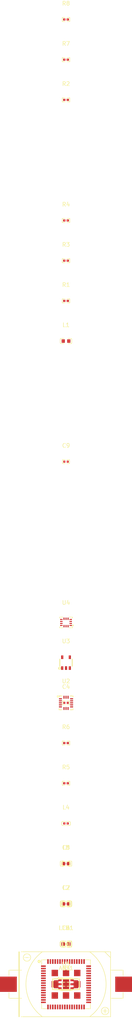
<source format=kicad_pcb>
(kicad_pcb (version 20241229) (generator "atopile") (generator_version "0.12.4")
  (layers (0 "F.Cu" signal) (31 "B.Cu" signal) (34 "B.Paste" user) (35 "F.Paste" user) (36 "B.SilkS" user "B.Silkscreen") (37 "F.SilkS" user "F.Silkscreen") (38 "B.Mask" user) (39 "F.Mask" user) (44 "Edge.Cuts" user))
  (net 0 "")
  (net 1 "PC4")
  (net 2 "PB9")
  (net 4 "PA5")
  (net 8 "PA3_UART2_RX")
  (net 10 "swclk")
  (net 11 "PC13")
  (net 15 "PA2_UART2_TX")
  (net 17 "VLXSMPS")
  (net 18 "PC6")
  (net 20 "PC3")
  (net 21 "PA4")
  (net 22 "swdio")
  (net 24 "VDDMPS")
  (net 28 "VREFpos")
  (net 29 "PC0")
  (net 34 "VFBSMPS")
  (net 37 "PC5")
  (net 38 "PC1")
  (net 40 "PB15")
  (net 5 "PA12")
  (net 41 "PA9")
  (net 42 "PA6")
  (net 43 "blah-net-3")
  (net 44 "PB13")
  (net 45 "BOOT0")
  (net 46 "PA10")
  (net 50 "PB1")
  (net 51 "PA8")
  (net 52 "PA7")
  (net 53 "PB7_UART1_RX")
  (net 54 "PB10")
  (net 55 "PB14")
  (net 57 "nrst")
  (net 58 "PB12")
  (net 59 "PA11")
  (net 60 "PB11")
  (net 64 "PC2")
  (net 65 "blah-net-2")
  (net 19 "blah-net-0")
  (net 30 "blah-net-1")
  (net 94 "blah-INT2-0")
  (net 95 "blah-net-4")
  (net 96 "blah-net-5")
  (net 97 "A")
  (net 98 "RES")
  (net 99 "ADC3")
  (net 100 "SCX")
  (net 101 "blah-CS-0")
  (net 102 "SDO_SUX")
  (net 103 "blah-SDO_SA0-1")
  (net 104 "gnd")
  (net 105 "ADC1")
  (net 107 "INT1")
  (net 108 "SDX")
  (net 109 "CS_AUX")
  (net 110 "blah-INT2-1")
  (net 111 "ADC2")
  (net 112 "led_status")
  (net 113 "vcc")
  (net 114 "vbat")
  (net 115 "adc_ntc")
  (net 116 "blah-SDO_SA0-0")
  (net 117 "activation")
  (net 119 "blah-CS-1")
  (net 12 "Feed")
  (net 13 "RF_OUT")
  (net 14 "Dummy")
  (net 16 "i2c_scl")
  (net 23 "i2c_sda")
  (net 6 "EP")
  (net 7 "ADDR")
  (net 25 "DRDY_INT")
  (footprint "RAKwireless_RAK3172_SIP_8_SM_NI:LGA-73_L12.0-W12.0-P0.60-TL" (layer "F.Cu") (at 0 0 0)
    (property "Reference" "U1" (at 0 -9.65 0) (layer "F.SilkS") (hide no))
    (property "Value" "")
    (fp_text user "${REFERENCE}" (at 0 -9.65 0) (layer "F.SilkS"))
    (pad "1" smd rect (at -5.65 -4.5 0) (size 1.17 0.37) (layers "F.Cu" "F.Paste" "F.Mask") (net 22 "swdio"))
    (pad "2" smd rect (at -5.65 -3.9 0) (size 1.17 0.37) (layers "F.Cu" "F.Paste" "F.Mask") (net 10 "swclk"))
    (pad "3" smd rect (at -5.65 -3.3 0) (size 1.17 0.37) (layers "F.Cu" "F.Paste" "F.Mask") (net 113 "vcc"))
    (pad "4" smd rect (at -5.65 -2.7 0) (size 1.17 0.37) (layers "F.Cu" "F.Paste" "F.Mask") (net 114 "vbat"))
    (pad "5" smd rect (at -5.65 -2.1 0) (size 1.17 0.37) (layers "F.Cu" "F.Paste" "F.Mask") (net 11 "PC13"))
    (pad "6" smd rect (at -5.65 -1.5 0) (size 1.17 0.37) (layers "F.Cu" "F.Paste" "F.Mask") (net 28 "VREFpos"))
    (pad "7" smd rect (at -5.65 -0.9 0) (size 1.17 0.37) (layers "F.Cu" "F.Paste" "F.Mask") (net 113 "vcc"))
    (pad "8" smd rect (at -5.65 -0.3 0) (size 1.17 0.37) (layers "F.Cu" "F.Paste" "F.Mask") (net 16 "i2c_scl"))
    (pad "9" smd rect (at -5.65 0.3 0) (size 1.17 0.37) (layers "F.Cu" "F.Paste" "F.Mask") (net 40 "PB15"))
    (pad "10" smd rect (at -5.65 0.9 0) (size 1.17 0.37) (layers "F.Cu" "F.Paste" "F.Mask") (net 34 "VFBSMPS"))
    (pad "11" smd rect (at -5.65 1.5 0) (size 1.17 0.37) (layers "F.Cu" "F.Paste" "F.Mask") (net 24 "VDDMPS"))
    (pad "12" smd rect (at -5.65 2.1 0) (size 1.17 0.37) (layers "F.Cu" "F.Paste" "F.Mask") (net 104 "gnd"))
    (pad "13" smd rect (at -5.65 2.7 0) (size 1.17 0.37) (layers "F.Cu" "F.Paste" "F.Mask") (net 17 "VLXSMPS"))
    (pad "14" smd rect (at -5.65 3.3 0) (size 1.17 0.37) (layers "F.Cu" "F.Paste" "F.Mask") (net 110 "blah-INT2-1"))
    (pad "15" smd rect (at -5.65 3.9 0) (size 1.17 0.37) (layers "F.Cu" "F.Paste" "F.Mask") (net 107 "INT1"))
    (pad "16" smd rect (at -5.65 4.5 0) (size 1.17 0.37) (layers "F.Cu" "F.Paste" "F.Mask") (net 112 "led_status"))
    (pad "17" smd rect (at -4.5 5.65 0) (size 0.37 1.17) (layers "F.Cu" "F.Paste" "F.Mask") (net 23 "i2c_sda"))
    (pad "18" smd rect (at -3.9 5.65 0) (size 0.37 1.17) (layers "F.Cu" "F.Paste" "F.Mask") (net 53 "PB7_UART1_RX"))
    (pad "19" smd rect (at -3.3 5.65 0) (size 0.37 1.17) (layers "F.Cu" "F.Paste" "F.Mask") (net 25 "DRDY_INT"))
    (pad "20" smd rect (at -2.7 5.65 0) (size 0.37 1.17) (layers "F.Cu" "F.Paste" "F.Mask") (net 2 "PB9"))
    (pad "21" smd rect (at -2.1 5.65 0) (size 0.37 1.17) (layers "F.Cu" "F.Paste" "F.Mask") (net 29 "PC0"))
    (pad "22" smd rect (at -1.5 5.65 0) (size 0.37 1.17) (layers "F.Cu" "F.Paste" "F.Mask") (net 38 "PC1"))
    (pad "23" smd rect (at -0.9 5.65 0) (size 0.37 1.17) (layers "F.Cu" "F.Paste" "F.Mask") (net 64 "PC2"))
    (pad "24" smd rect (at -0.3 5.65 0) (size 0.37 1.17) (layers "F.Cu" "F.Paste" "F.Mask") (net 20 "PC3"))
    (pad "25" smd rect (at 0.3 5.65 0) (size 0.37 1.17) (layers "F.Cu" "F.Paste" "F.Mask") (net 1 "PC4"))
    (pad "26" smd rect (at 0.9 5.65 0) (size 0.37 1.17) (layers "F.Cu" "F.Paste" "F.Mask") (net 37 "PC5"))
    (pad "27" smd rect (at 1.5 5.65 0) (size 0.37 1.17) (layers "F.Cu" "F.Paste" "F.Mask") (net 18 "PC6"))
    (pad "28" smd rect (at 2.1 5.65 0) (size 0.37 1.17) (layers "F.Cu" "F.Paste" "F.Mask") (net 104 "gnd"))
    (pad "29" smd rect (at 2.7 5.65 0) (size 0.37 1.17) (layers "F.Cu" "F.Paste" "F.Mask") (net 15 "PA2_UART2_TX"))
    (pad "30" smd rect (at 3.3 5.65 0) (size 0.37 1.17) (layers "F.Cu" "F.Paste" "F.Mask") (net 8 "PA3_UART2_RX"))
    (pad "31" smd rect (at 3.9 5.65 0) (size 0.37 1.17) (layers "F.Cu" "F.Paste" "F.Mask") (net 21 "PA4"))
    (pad "32" smd rect (at 4.5 5.65 0) (size 0.37 1.17) (layers "F.Cu" "F.Paste" "F.Mask") (net 4 "PA5"))
    (pad "33" smd rect (at 5.65 4.5 0) (size 1.17 0.37) (layers "F.Cu" "F.Paste" "F.Mask") (net 42 "PA6"))
    (pad "34" smd rect (at 5.65 3.9 0) (size 1.17 0.37) (layers "F.Cu" "F.Paste" "F.Mask") (net 52 "PA7"))
    (pad "35" smd rect (at 5.65 3.3 0) (size 1.17 0.37) (layers "F.Cu" "F.Paste" "F.Mask") (net 104 "gnd"))
    (pad "36" smd rect (at 5.65 2.7 0) (size 1.17 0.37) (layers "F.Cu" "F.Paste" "F.Mask") (net 104 "gnd"))
    (pad "37" smd rect (at 5.65 2.1 0) (size 1.17 0.37) (layers "F.Cu" "F.Paste" "F.Mask") (net 13 "RF_OUT"))
    (pad "38" smd rect (at 5.65 1.5 0) (size 1.17 0.37) (layers "F.Cu" "F.Paste" "F.Mask") (net 104 "gnd"))
    (pad "39" smd rect (at 5.65 0.9 0) (size 1.17 0.37) (layers "F.Cu" "F.Paste" "F.Mask") (net 104 "gnd"))
    (pad "40" smd rect (at 5.65 0.3 0) (size 1.17 0.37) (layers "F.Cu" "F.Paste" "F.Mask") (net 65 "blah-net-2"))
    (pad "41" smd rect (at 5.65 -0.3 0) (size 1.17 0.37) (layers "F.Cu" "F.Paste" "F.Mask") (net 43 "blah-net-3"))
    (pad "42" smd rect (at 5.65 -0.9 0) (size 1.17 0.37) (layers "F.Cu" "F.Paste" "F.Mask") (net 117 "activation"))
    (pad "43" smd rect (at 5.65 -1.5 0) (size 1.17 0.37) (layers "F.Cu" "F.Paste" "F.Mask") (net 45 "BOOT0"))
    (pad "44" smd rect (at 5.65 -2.1 0) (size 1.17 0.37) (layers "F.Cu" "F.Paste" "F.Mask") (net 57 "nrst"))
    (pad "45" smd rect (at 5.65 -2.7 0) (size 1.17 0.37) (layers "F.Cu" "F.Paste" "F.Mask") (net 115 "adc_ntc"))
    (pad "46" smd rect (at 5.65 -3.3 0) (size 1.17 0.37) (layers "F.Cu" "F.Paste" "F.Mask") (net 104 "gnd"))
    (pad "47" smd rect (at 5.65 -3.9 0) (size 1.17 0.37) (layers "F.Cu" "F.Paste" "F.Mask") (net 104 "gnd"))
    (pad "48" smd rect (at 5.65 -4.5 0) (size 1.17 0.37) (layers "F.Cu" "F.Paste" "F.Mask") (net 60 "PB11"))
    (pad "49" smd rect (at 4.5 -5.65 0) (size 0.37 1.17) (layers "F.Cu" "F.Paste" "F.Mask") (net 54 "PB10"))
    (pad "50" smd rect (at 3.9 -5.65 0) (size 0.37 1.17) (layers "F.Cu" "F.Paste" "F.Mask") (net 41 "PA9"))
    (pad "51" smd rect (at 3.3 -5.65 0) (size 0.37 1.17) (layers "F.Cu" "F.Paste" "F.Mask") (net 51 "PA8"))
    (pad "52" smd rect (at 2.7 -5.65 0) (size 0.37 1.17) (layers "F.Cu" "F.Paste" "F.Mask") (net 104 "gnd"))
    (pad "53" smd rect (at 2.1 -5.65 0) (size 0.37 1.17) (layers "F.Cu" "F.Paste" "F.Mask") (net 113 "vcc"))
    (pad "54" smd rect (at 1.5 -5.65 0) (size 0.37 1.17) (layers "F.Cu" "F.Paste" "F.Mask") (net 113 "vcc"))
    (pad "55" smd rect (at 0.9 -5.65 0) (size 0.37 1.17) (layers "F.Cu" "F.Paste" "F.Mask") (net 113 "vcc"))
    (pad "56" smd rect (at 0.3 -5.65 0) (size 0.37 1.17) (layers "F.Cu" "F.Paste" "F.Mask") (net 104 "gnd"))
    (pad "57" smd rect (at -0.3 -5.65 0) (size 0.37 1.17) (layers "F.Cu" "F.Paste" "F.Mask") (net 50 "PB1"))
    (pad "58" smd rect (at -0.9 -5.65 0) (size 0.37 1.17) (layers "F.Cu" "F.Paste" "F.Mask") (net 94 "blah-INT2-0"))
    (pad "59" smd rect (at -1.5 -5.65 0) (size 0.37 1.17) (layers "F.Cu" "F.Paste" "F.Mask") (net 58 "PB12"))
    (pad "60" smd rect (at -2.1 -5.65 0) (size 0.37 1.17) (layers "F.Cu" "F.Paste" "F.Mask") (net 44 "PB13"))
    (pad "61" smd rect (at -2.7 -5.65 0) (size 0.37 1.17) (layers "F.Cu" "F.Paste" "F.Mask") (net 55 "PB14"))
    (pad "62" smd rect (at -3.3 -5.65 0) (size 0.37 1.17) (layers "F.Cu" "F.Paste" "F.Mask") (net 46 "PA10"))
    (pad "63" smd rect (at -3.9 -5.65 0) (size 0.37 1.17) (layers "F.Cu" "F.Paste" "F.Mask") (net 59 "PA11"))
    (pad "64" smd rect (at -4.5 -5.65 0) (size 0.37 1.17) (layers "F.Cu" "F.Paste" "F.Mask") (net 5 "PA12"))
    (pad "65" smd rect (at -2.8 -2.8 0) (size 1.6 1.6) (layers "F.Cu" "F.Paste" "F.Mask") (net 104 "gnd"))
    (pad "66" smd rect (at 0 -2.8 0) (size 1.6 1.6) (layers "F.Cu" "F.Paste" "F.Mask") (net 104 "gnd"))
    (pad "67" smd rect (at 2.8 -2.8 0) (size 1.6 1.6) (layers "F.Cu" "F.Paste" "F.Mask") (net 104 "gnd"))
    (pad "68" smd rect (at -2.8 0 0) (size 1.6 1.6) (layers "F.Cu" "F.Paste" "F.Mask") (net 104 "gnd"))
    (pad "69" smd rect (at 0 0 0) (size 1.6 1.6) (layers "F.Cu" "F.Paste" "F.Mask") (net 104 "gnd"))
    (pad "70" smd rect (at 2.8 0 0) (size 1.6 1.6) (layers "F.Cu" "F.Paste" "F.Mask") (net 104 "gnd"))
    (pad "71" smd rect (at -2.8 2.8 0) (size 1.6 1.6) (layers "F.Cu" "F.Paste" "F.Mask") (net 104 "gnd"))
    (pad "72" smd rect (at 0 2.8 0) (size 1.6 1.6) (layers "F.Cu" "F.Paste" "F.Mask") (net 104 "gnd"))
    (pad "73" smd rect (at 2.8 2.8 0) (size 1.6 1.6) (layers "F.Cu" "F.Paste" "F.Mask") (net 104 "gnd"))
  )
  (footprint "Murata_Electronics_GRM155R61A475KEAAD:C0402" (layer "F.Cu") (at 0 0 0)
    (property "Reference" "C3" (at 0 -4 0) (layer "F.SilkS") (hide no))
    (property "Value" "4.7µF ±10% 10V X5R")
    (fp_text user "${REFERENCE}" (at 0 -4 0) (layer "F.SilkS"))
    (pad "2" smd rect (at 0.42 0 0) (size 0.5 0.54) (layers "F.Cu" "F.Paste" "F.Mask") (net 104 "gnd"))
    (pad "1" smd rect (at -0.42 0 0) (size 0.5 0.54) (layers "F.Cu" "F.Paste" "F.Mask") (net 113 "vcc"))
  )
  (footprint "YAGEO_CC0402KRX7R9BB104:C0402" (layer "F.Cu") (at 0 -70 0)
    (property "Reference" "C4" (at 0 -4 0) (layer "F.SilkS") (hide no))
    (property "Value" "100nF ±10% 50V X7R")
    (fp_text user "${REFERENCE}" (at 0 -4 0) (layer "F.SilkS"))
    (pad "2" smd rect (at 0.42 0 0) (size 0.5 0.54) (layers "F.Cu" "F.Paste" "F.Mask") (net 104 "gnd"))
    (pad "1" smd rect (at -0.42 0 0) (size 0.5 0.54) (layers "F.Cu" "F.Paste" "F.Mask") (net 113 "vcc"))
  )
  (footprint "Murata_Electronics_GRM155R61A475KEAAD:C0402" (layer "F.Cu") (at 0 -130 0)
    (property "Reference" "C9" (at 0 -4 0) (layer "F.SilkS") (hide no))
    (property "Value" "4.7µF ±10% 10V X5R")
    (fp_text user "${REFERENCE}" (at 0 -4 0) (layer "F.SilkS"))
    (pad "2" smd rect (at 0.42 0 0) (size 0.5 0.54) (layers "F.Cu" "F.Paste" "F.Mask") (net 104 "gnd"))
    (pad "1" smd rect (at -0.42 0 0) (size 0.5 0.54) (layers "F.Cu" "F.Paste" "F.Mask") (net 113 "vcc"))
  )
  (footprint "Murata_Electronics_LQM18FN100M00D:L0603" (layer "F.Cu") (at 0 -160 0)
    (property "Reference" "L1" (at 0 -4 0) (layer "F.SilkS") (hide no))
    (property "Value" "10µH ±20% 30MHz 50mA 1.17Ω")
    (fp_text user "${REFERENCE}" (at 0 -4 0) (layer "F.SilkS"))
    (pad "1" smd rect (at -0.7 0 180) (size 0.8 0.86) (layers "F.Cu" "F.Paste" "F.Mask") (net 113 "vcc"))
    (pad "2" smd rect (at 0.7 0 180) (size 0.8 0.86) (layers "F.Cu" "F.Paste" "F.Mask") (net 113 "vcc"))
  )
  (footprint "YAGEO_RC0402FR_0710KL:R0402" (layer "F.Cu") (at 0 -170 0)
    (property "Reference" "R1" (at 0 -4 0) (layer "F.SilkS") (hide no))
    (property "Value" "10kΩ ±1% 62.5mW")
    (fp_text user "${REFERENCE}" (at 0 -4 0) (layer "F.SilkS"))
    (pad "2" smd rect (at 0.43 0 0) (size 0.57 0.54) (layers "F.Cu" "F.Paste" "F.Mask") (net 104 "gnd"))
    (pad "1" smd rect (at -0.43 0 0) (size 0.57 0.54) (layers "F.Cu" "F.Paste" "F.Mask") (net 113 "vcc"))
  )
  (footprint "Murata_Electronics_NCP15XH103F03RC:R0402" (layer "F.Cu") (at 0 -180 0)
    (property "Reference" "R3" (at 0 -4 0) (layer "F.SilkS") (hide no))
    (property "Value" "")
    (fp_text user "${REFERENCE}" (at 0 -4 0) (layer "F.SilkS"))
    (pad "2" smd rect (at 0.43 0 0) (size 0.57 0.54) (layers "F.Cu" "F.Paste" "F.Mask") (net 104 "gnd"))
    (pad "1" smd rect (at -0.43 0 0) (size 0.57 0.54) (layers "F.Cu" "F.Paste" "F.Mask") (net 115 "adc_ntc"))
  )
  (footprint "YAGEO_RC0402FR_0710KL:R0402" (layer "F.Cu") (at 0 -190 0)
    (property "Reference" "R4" (at 0 -4 0) (layer "F.SilkS") (hide no))
    (property "Value" "10kΩ ±1% 62.5mW")
    (fp_text user "${REFERENCE}" (at 0 -4 0) (layer "F.SilkS"))
    (pad "2" smd rect (at 0.43 0 0) (size 0.57 0.54) (layers "F.Cu" "F.Paste" "F.Mask") (net 115 "adc_ntc"))
    (pad "1" smd rect (at -0.43 0 0) (size 0.57 0.54) (layers "F.Cu" "F.Paste" "F.Mask") (net 113 "vcc"))
  )
  (footprint "YAGEO_RC0402FR_0710KL:R0402" (layer "F.Cu") (at 0 -220 0)
    (property "Reference" "R2" (at 0 -4 0) (layer "F.SilkS") (hide no))
    (property "Value" "10kΩ ±1% 62.5mW")
    (fp_text user "${REFERENCE}" (at 0 -4 0) (layer "F.SilkS"))
    (pad "2" smd rect (at 0.43 0 0) (size 0.57 0.54) (layers "F.Cu" "F.Paste" "F.Mask") (net 30 "blah-net-1"))
    (pad "1" smd rect (at -0.43 0 0) (size 0.57 0.54) (layers "F.Cu" "F.Paste" "F.Mask") (net 19 "blah-net-0"))
  )
  (footprint "YAGEO_RC0402JR_074K7L:R0402" (layer "F.Cu") (at 0 -230 0)
    (property "Reference" "R7" (at 0 -4 0) (layer "F.SilkS") (hide no))
    (property "Value" "4.7kΩ ±5% 62.5mW")
    (fp_text user "${REFERENCE}" (at 0 -4 0) (layer "F.SilkS"))
    (pad "2" smd rect (at 0.43 0 0) (size 0.57 0.54) (layers "F.Cu" "F.Paste" "F.Mask") (net 23 "i2c_sda"))
    (pad "1" smd rect (at -0.43 0 0) (size 0.57 0.54) (layers "F.Cu" "F.Paste" "F.Mask") (net 113 "vcc"))
  )
  (footprint "YAGEO_RC0402JR_074K7L:R0402" (layer "F.Cu") (at 0 -240 0)
    (property "Reference" "R8" (at 0 -4 0) (layer "F.SilkS") (hide no))
    (property "Value" "4.7kΩ ±5% 62.5mW")
    (fp_text user "${REFERENCE}" (at 0 -4 0) (layer "F.SilkS"))
    (pad "2" smd rect (at 0.43 0 0) (size 0.57 0.54) (layers "F.Cu" "F.Paste" "F.Mask") (net 16 "i2c_scl"))
    (pad "1" smd rect (at -0.43 0 0) (size 0.57 0.54) (layers "F.Cu" "F.Paste" "F.Mask") (net 113 "vcc"))
  )
  (footprint "Q_J_CR2032_BS_6_1:BAT-TH_CR2032-BS-6-1" (layer "F.Cu") (at 0 0 0)
    (property "Reference" "B1" (at 0 -4 0) (layer "F.SilkS") (hide no))
    (property "Value" "")
    (fp_text user "${REFERENCE}" (at 0 -4 0) (layer "F.SilkS"))
    (pad "1" smd rect (at 14.39 0 0) (size 4.2 3.8) (layers "F.Cu" "F.Paste" "F.Mask") (net 114 "vbat"))
    (pad "2" smd rect (at -14.39 0 0) (size 4.2 3.8) (layers "F.Cu" "F.Paste" "F.Mask") (net 104 "gnd"))
  )
  (footprint "Everlight_Elec_19_217_GHC_YR1S2_3T:LED0603-RD" (layer "F.Cu") (at 0 -10 0)
    (property "Reference" "LED1" (at 0 -4 0) (layer "F.SilkS") (hide no))
    (property "Value" "")
    (fp_text user "${REFERENCE}" (at 0 -4 0) (layer "F.SilkS"))
    (pad "2" smd rect (at 0.75 0 90) (size 0.8 0.8) (layers "F.Cu" "F.Paste" "F.Mask") (net 97 "A"))
    (pad "1" smd rect (at -0.75 0 90) (size 0.8 0.8) (layers "F.Cu" "F.Paste" "F.Mask") (net 104 "gnd"))
  )
  (footprint "Murata_Electronics_BLM15PD121SN1D:L0402" (layer "F.Cu") (at 0 -20 0)
    (property "Reference" "L2" (at 0 -4 0) (layer "F.SilkS") (hide no))
    (property "Value" "")
    (fp_text user "${REFERENCE}" (at 0 -4 0) (layer "F.SilkS"))
    (pad "2" smd rect (at 0.42 0 0) (size 0.54 0.54) (layers "F.Cu" "F.Paste" "F.Mask") (net 113 "vcc"))
    (pad "1" smd rect (at -0.42 0 0) (size 0.54 0.54) (layers "F.Cu" "F.Paste" "F.Mask") (net 114 "vbat"))
  )
  (footprint "Murata_Electronics_BLM15PD121SN1D:L0402" (layer "F.Cu") (at 0 -30 0)
    (property "Reference" "L3" (at 0 -4 0) (layer "F.SilkS") (hide no))
    (property "Value" "")
    (fp_text user "${REFERENCE}" (at 0 -4 0) (layer "F.SilkS"))
    (pad "2" smd rect (at 0.42 0 0) (size 0.54 0.54) (layers "F.Cu" "F.Paste" "F.Mask") (net 113 "vcc"))
    (pad "1" smd rect (at -0.42 0 0) (size 0.54 0.54) (layers "F.Cu" "F.Paste" "F.Mask") (net 113 "vcc"))
  )
  (footprint "Murata_Electronics_BLM15PD121SN1D:L0402" (layer "F.Cu") (at 0 -40 0)
    (property "Reference" "L4" (at 0 -4 0) (layer "F.SilkS") (hide no))
    (property "Value" "")
    (fp_text user "${REFERENCE}" (at 0 -4 0) (layer "F.SilkS"))
    (pad "2" smd rect (at 0.42 0 0) (size 0.54 0.54) (layers "F.Cu" "F.Paste" "F.Mask") (net 113 "vcc"))
    (pad "1" smd rect (at -0.42 0 0) (size 0.54 0.54) (layers "F.Cu" "F.Paste" "F.Mask") (net 113 "vcc"))
  )
  (footprint "YAGEO_RC0402FR_0710KL:R0402" (layer "F.Cu") (at 0 -50 0)
    (property "Reference" "R5" (at 0 -4 0) (layer "F.SilkS") (hide no))
    (property "Value" "10kΩ ±1% 62.5mW")
    (fp_text user "${REFERENCE}" (at 0 -4 0) (layer "F.SilkS"))
    (pad "2" smd rect (at 0.43 0 0) (size 0.57 0.54) (layers "F.Cu" "F.Paste" "F.Mask") (net 117 "activation"))
    (pad "1" smd rect (at -0.43 0 0) (size 0.57 0.54) (layers "F.Cu" "F.Paste" "F.Mask") (net 113 "vcc"))
  )
  (footprint "YAGEO_RC0402JR_071KL:R0402" (layer "F.Cu") (at 0 -60 0)
    (property "Reference" "R6" (at 0 -4 0) (layer "F.SilkS") (hide no))
    (property "Value" "1kΩ ±5% 62.5mW")
    (fp_text user "${REFERENCE}" (at 0 -4 0) (layer "F.SilkS"))
    (pad "2" smd rect (at 0.43 0 0) (size 0.57 0.54) (layers "F.Cu" "F.Paste" "F.Mask") (net 97 "A"))
    (pad "1" smd rect (at -0.43 0 0) (size 0.57 0.54) (layers "F.Cu" "F.Paste" "F.Mask") (net 112 "led_status"))
  )
  (footprint "STMicroelectronics_LIS3DHTR:LGA-16_L3.0-W3.0-P0.50-TL" (layer "F.Cu") (at 0 -70 0)
    (property "Reference" "U2" (at 0 -5.4 0) (layer "F.SilkS") (hide no))
    (property "Value" "")
    (fp_text user "${REFERENCE}" (at 0 -5.4 0) (layer "F.SilkS"))
    (pad "1" smd oval (at -1.4 -1 0) (size 0.8 0.28) (layers "F.Cu" "F.Paste" "F.Mask") (net 113 "vcc"))
    (pad "2" smd oval (at -1.4 -0.5 0) (size 0.8 0.28) (layers "F.Cu" "F.Paste" "F.Mask") (net 95 "blah-net-4"))
    (pad "3" smd oval (at -1.4 0 0) (size 0.8 0.28) (layers "F.Cu" "F.Paste" "F.Mask") (net 96 "blah-net-5"))
    (pad "4" smd oval (at -1.4 0.5 0) (size 0.8 0.28) (layers "F.Cu" "F.Paste" "F.Mask") (net 16 "i2c_scl"))
    (pad "5" smd oval (at -1.4 1 0) (size 0.8 0.28) (layers "F.Cu" "F.Paste" "F.Mask") (net 104 "gnd"))
    (pad "6" smd oval (at -0.5 1.4 0) (size 0.28 0.8) (layers "F.Cu" "F.Paste" "F.Mask") (net 23 "i2c_sda"))
    (pad "7" smd oval (at 0 1.4 0) (size 0.28 0.8) (layers "F.Cu" "F.Paste" "F.Mask") (net 116 "blah-SDO_SA0-0"))
    (pad "8" smd oval (at 0.5 1.4 0) (size 0.28 0.8) (layers "F.Cu" "F.Paste" "F.Mask") (net 101 "blah-CS-0"))
    (pad "9" smd oval (at 1.4 1 0) (size 0.8 0.28) (layers "F.Cu" "F.Paste" "F.Mask") (net 110 "blah-INT2-1"))
    (pad "10" smd oval (at 1.4 0.5 0) (size 0.8 0.28) (layers "F.Cu" "F.Paste" "F.Mask") (net 98 "RES"))
    (pad "11" smd oval (at 1.4 0 0) (size 0.8 0.28) (layers "F.Cu" "F.Paste" "F.Mask") (net 107 "INT1"))
    (pad "12" smd oval (at 1.4 -0.5 0) (size 0.8 0.28) (layers "F.Cu" "F.Paste" "F.Mask") (net 104 "gnd"))
    (pad "13" smd oval (at 1.4 -1 0) (size 0.8 0.28) (layers "F.Cu" "F.Paste" "F.Mask") (net 99 "ADC3"))
    (pad "14" smd oval (at 0.5 -1.4 0) (size 0.28 0.8) (layers "F.Cu" "F.Paste" "F.Mask") (net 113 "vcc"))
    (pad "15" smd oval (at 0 -1.4 0) (size 0.28 0.8) (layers "F.Cu" "F.Paste" "F.Mask") (net 111 "ADC2"))
    (pad "16" smd oval (at -0.5 -1.4 0) (size 0.28 0.8) (layers "F.Cu" "F.Paste" "F.Mask") (net 105 "ADC1"))
  )
  (footprint "FMD_FT24C02A_KLR_T:SOT-23-5_L2.9-W1.5-P0.95-LS2.8-BL" (layer "F.Cu") (at 0 -80 0)
    (property "Reference" "U3" (at 0 -5.35 0) (layer "F.SilkS") (hide no))
    (property "Value" "")
    (fp_text user "${REFERENCE}" (at 0 -5.35 0) (layer "F.SilkS"))
    (pad "5" smd rect (at -0.95 -1.35 0) (size 0.55 0.9) (layers "F.Cu" "F.Paste" "F.Mask") (net 104 "gnd"))
    (pad "4" smd rect (at 0.95 -1.35 0) (size 0.55 0.9) (layers "F.Cu" "F.Paste" "F.Mask") (net 113 "vcc"))
    (pad "3" smd rect (at 0.95 1.35 0) (size 0.55 0.9) (layers "F.Cu" "F.Paste" "F.Mask") (net 23 "i2c_sda"))
    (pad "2" smd rect (at 0 1.35 0) (size 0.55 0.9) (layers "F.Cu" "F.Paste" "F.Mask") (net 104 "gnd"))
    (pad "1" smd rect (at -0.95 1.35 0) (size 0.55 0.9) (layers "F.Cu" "F.Paste" "F.Mask") (net 16 "i2c_scl"))
  )
  (footprint "QST_QMI8658C:LGA-14_L3.0-W2.5-P0.50-BR" (layer "F.Cu") (at 0 -90 0)
    (property "Reference" "U4" (at 0 -4.92 0) (layer "F.SilkS") (hide no))
    (property "Value" "")
    (fp_text user "${REFERENCE}" (at 0 -4.92 0) (layer "F.SilkS"))
    (pad "1" smd rect (at 1.17 0.75 0) (size 0.6 0.27) (layers "F.Cu" "F.Paste" "F.Mask") (net 103 "blah-SDO_SA0-1"))
    (pad "2" smd rect (at 1.17 0.25 0) (size 0.6 0.27) (layers "F.Cu" "F.Paste" "F.Mask") (net 108 "SDX"))
    (pad "3" smd rect (at 1.17 -0.25 0) (size 0.6 0.27) (layers "F.Cu" "F.Paste" "F.Mask") (net 100 "SCX"))
    (pad "4" smd rect (at 1.17 -0.75 0) (size 0.6 0.27) (layers "F.Cu" "F.Paste" "F.Mask") (net 104 "gnd"))
    (pad "5" smd rect (at 0.5 -0.92 0) (size 0.27 0.6) (layers "F.Cu" "F.Paste" "F.Mask") (net 113 "vcc"))
    (pad "6" smd rect (at 0 -0.92 0) (size 0.27 0.6) (layers "F.Cu" "F.Paste" "F.Mask") (net 104 "gnd"))
    (pad "7" smd rect (at -0.5 -0.92 0) (size 0.27 0.6) (layers "F.Cu" "F.Paste" "F.Mask") (net 104 "gnd"))
    (pad "8" smd rect (at -1.17 -0.75 0) (size 0.6 0.27) (layers "F.Cu" "F.Paste" "F.Mask") (net 113 "vcc"))
    (pad "9" smd rect (at -1.17 -0.25 0) (size 0.6 0.27) (layers "F.Cu" "F.Paste" "F.Mask") (net 94 "blah-INT2-0"))
    (pad "10" smd rect (at -1.17 0.25 0) (size 0.6 0.27) (layers "F.Cu" "F.Paste" "F.Mask") (net 109 "CS_AUX"))
    (pad "11" smd rect (at -1.17 0.75 0) (size 0.6 0.27) (layers "F.Cu" "F.Paste" "F.Mask") (net 102 "SDO_SUX"))
    (pad "12" smd rect (at -0.5 0.92 0) (size 0.27 0.6) (layers "F.Cu" "F.Paste" "F.Mask") (net 119 "blah-CS-1"))
    (pad "13" smd rect (at 0 0.92 0) (size 0.27 0.6) (layers "F.Cu" "F.Paste" "F.Mask") (net 16 "i2c_scl"))
    (pad "14" smd rect (at 0.5 0.92 0) (size 0.27 0.6) (layers "F.Cu" "F.Paste" "F.Mask") (net 23 "i2c_sda"))
  )
  (footprint "KYOCERA_AVX_M620720:ANT-SMD_3P-L6.0-W2.0_M620720" (layer "F.Cu") (at 0 0 0)
    (property "Reference" "ANT1" (at 0 -4 0) (layer "F.SilkS") (hide no))
    (property "Value" "")
    (fp_text user "${REFERENCE}" (at 0 -4 0) (layer "F.SilkS"))
    (pad "3" smd rect (at 2.44 0 0) (size 1.1 2) (layers "F.Cu" "F.Paste" "F.Mask") (net 104 "gnd"))
    (pad "2" smd rect (at 0 0 0) (size 1.1 2) (layers "F.Cu" "F.Paste" "F.Mask") (net 14 "Dummy"))
    (pad "1" smd rect (at -2.44 0 0) (size 1.1 2) (layers "F.Cu" "F.Paste" "F.Mask") (net 12 "Feed"))
  )
  (footprint "YAGEO_CC0603KRX7R9BB104:C0603" (layer "F.Cu") (at 0 -10 0)
    (property "Reference" "C1" (at 0 -4 0) (layer "F.SilkS") (hide no))
    (property "Value" "100nF ±10% 50V X7R")
    (fp_text user "${REFERENCE}" (at 0 -4 0) (layer "F.SilkS"))
    (pad "2" smd rect (at 0.7 0 0) (size 0.8 0.9) (layers "F.Cu" "F.Paste" "F.Mask") (net 104 "gnd"))
    (pad "1" smd rect (at -0.7 0 0) (size 0.8 0.9) (layers "F.Cu" "F.Paste" "F.Mask") (net 13 "RF_OUT"))
  )
  (footprint "YAGEO_CC0603KRX7R9BB104:C0603" (layer "F.Cu") (at 0 -20 0)
    (property "Reference" "C2" (at 0 -4 0) (layer "F.SilkS") (hide no))
    (property "Value" "100nF ±10% 50V X7R")
    (fp_text user "${REFERENCE}" (at 0 -4 0) (layer "F.SilkS"))
    (pad "2" smd rect (at 0.7 0 0) (size 0.8 0.9) (layers "F.Cu" "F.Paste" "F.Mask") (net 104 "gnd"))
    (pad "1" smd rect (at -0.7 0 0) (size 0.8 0.9) (layers "F.Cu" "F.Paste" "F.Mask") (net 12 "Feed"))
  )
  (footprint "Murata_Electronics_LQM18FN100M00D:L0603" (layer "F.Cu") (at 0 -30 0)
    (property "Reference" "L5" (at 0 -4 0) (layer "F.SilkS") (hide no))
    (property "Value" "10µH ±20% 30MHz 50mA 1.17Ω")
    (fp_text user "${REFERENCE}" (at 0 -4 0) (layer "F.SilkS"))
    (pad "1" smd rect (at -0.7 0 180) (size 0.8 0.86) (layers "F.Cu" "F.Paste" "F.Mask") (net 13 "RF_OUT"))
    (pad "2" smd rect (at 0.7 0 180) (size 0.8 0.86) (layers "F.Cu" "F.Paste" "F.Mask") (net 12 "Feed"))
  )
  (footprint "Texas_Instruments_HDC2080DMBR:WSON-6_L3.0-W3.0-P1.00-TL-EP" (layer "F.Cu") (at 0 0 0)
    (property "Reference" "U5" (at 0 -5 0) (layer "F.SilkS") (hide no))
    (property "Value" "")
    (fp_text user "${REFERENCE}" (at 0 -5 0) (layer "F.SilkS"))
    (pad "1" smd rect (at -1.5 -1 90) (size 0.5 0.8) (layers "F.Cu" "F.Paste" "F.Mask") (net 23 "i2c_sda"))
    (pad "2" smd rect (at -1.5 0 90) (size 0.5 0.8) (layers "F.Cu" "F.Paste" "F.Mask") (net 104 "gnd"))
    (pad "3" smd rect (at -1.5 1 90) (size 0.5 0.8) (layers "F.Cu" "F.Paste" "F.Mask") (net 7 "ADDR"))
    (pad "4" smd rect (at 1.5 1 90) (size 0.5 0.8) (layers "F.Cu" "F.Paste" "F.Mask") (net 25 "DRDY_INT"))
    (pad "7" smd rect (at 0 0 90) (size 2.4 1.6) (layers "F.Cu" "F.Paste" "F.Mask") (net 6 "EP"))
    (pad "6" smd rect (at 1.5 -1 90) (size 0.5 0.8) (layers "F.Cu" "F.Paste" "F.Mask") (net 16 "i2c_scl"))
    (pad "5" smd rect (at 1.5 0 90) (size 0.5 0.8) (layers "F.Cu" "F.Paste" "F.Mask") (net 113 "vcc"))
  )
  (footprint "YAGEO_CC0402KRX7R9BB104:C0402" (layer "F.Cu") (at 0 0 0)
    (property "Reference" "C5" (at 0 -4 0) (layer "F.SilkS") (hide no))
    (property "Value" "100nF ±10% 50V X7R")
    (fp_text user "${REFERENCE}" (at 0 -4 0) (layer "F.SilkS"))
    (pad "2" smd rect (at 0.42 0 0) (size 0.5 0.54) (layers "F.Cu" "F.Paste" "F.Mask") (net 104 "gnd"))
    (pad "1" smd rect (at -0.42 0 0) (size 0.5 0.54) (layers "F.Cu" "F.Paste" "F.Mask") (net 113 "vcc"))
  )
  (footprint "YAGEO_CC0402KRX7R9BB104:C0402" (layer "F.Cu") (at 0 -10 0)
    (property "Reference" "C6" (at 0 -4 0) (layer "F.SilkS") (hide no))
    (property "Value" "100nF ±10% 50V X7R")
    (fp_text user "${REFERENCE}" (at 0 -4 0) (layer "F.SilkS"))
    (pad "2" smd rect (at 0.42 0 0) (size 0.5 0.54) (layers "F.Cu" "F.Paste" "F.Mask") (net 104 "gnd"))
    (pad "1" smd rect (at -0.42 0 0) (size 0.5 0.54) (layers "F.Cu" "F.Paste" "F.Mask") (net 113 "vcc"))
  )
  (footprint "YAGEO_CC0402KRX7R9BB104:C0402" (layer "F.Cu") (at 0 -20 0)
    (property "Reference" "C7" (at 0 -4 0) (layer "F.SilkS") (hide no))
    (property "Value" "100nF ±10% 50V X7R")
    (fp_text user "${REFERENCE}" (at 0 -4 0) (layer "F.SilkS"))
    (pad "2" smd rect (at 0.42 0 0) (size 0.5 0.54) (layers "F.Cu" "F.Paste" "F.Mask") (net 104 "gnd"))
    (pad "1" smd rect (at -0.42 0 0) (size 0.5 0.54) (layers "F.Cu" "F.Paste" "F.Mask") (net 113 "vcc"))
  )
  (footprint "YAGEO_CC0402KRX7R9BB104:C0402" (layer "F.Cu") (at 0 -30 0)
    (property "Reference" "C8" (at 0 -4 0) (layer "F.SilkS") (hide no))
    (property "Value" "100nF ±10% 50V X7R")
    (fp_text user "${REFERENCE}" (at 0 -4 0) (layer "F.SilkS"))
    (pad "2" smd rect (at 0.42 0 0) (size 0.5 0.54) (layers "F.Cu" "F.Paste" "F.Mask") (net 104 "gnd"))
    (pad "1" smd rect (at -0.42 0 0) (size 0.5 0.54) (layers "F.Cu" "F.Paste" "F.Mask") (net 113 "vcc"))
  )
)
</source>
